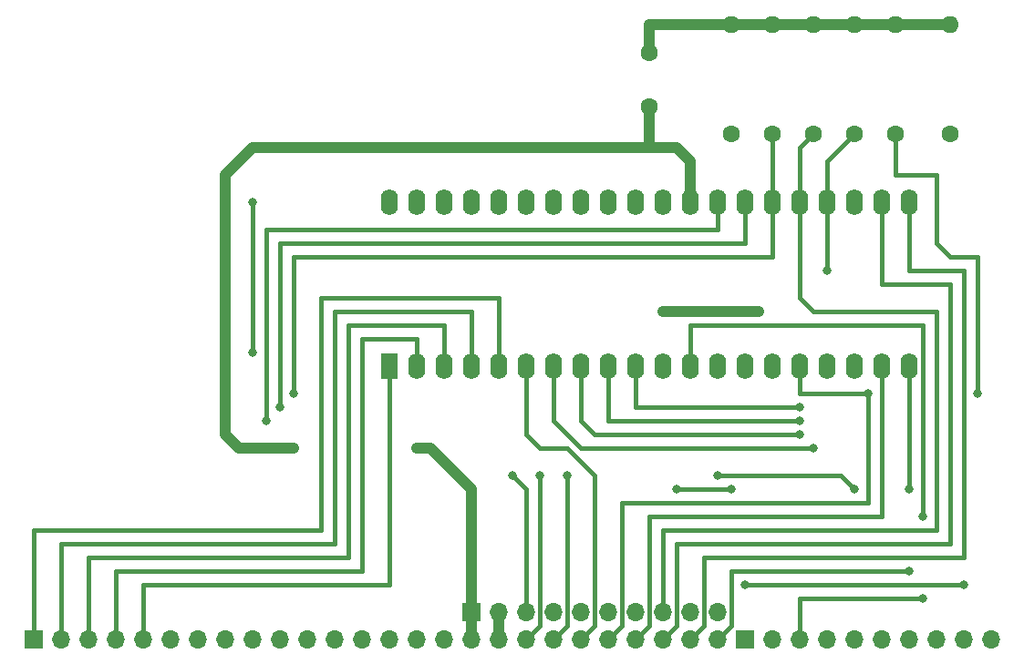
<source format=gbr>
%TF.GenerationSoftware,KiCad,Pcbnew,6.0.11+dfsg-1*%
%TF.CreationDate,2025-12-28T18:33:27+01:00*%
%TF.ProjectId,cpuz80,6370757a-3830-42e6-9b69-6361645f7063,rev?*%
%TF.SameCoordinates,Original*%
%TF.FileFunction,Copper,L2,Bot*%
%TF.FilePolarity,Positive*%
%FSLAX46Y46*%
G04 Gerber Fmt 4.6, Leading zero omitted, Abs format (unit mm)*
G04 Created by KiCad (PCBNEW 6.0.11+dfsg-1) date 2025-12-28 18:33:27*
%MOMM*%
%LPD*%
G01*
G04 APERTURE LIST*
%TA.AperFunction,ComponentPad*%
%ADD10R,1.700000X1.700000*%
%TD*%
%TA.AperFunction,ComponentPad*%
%ADD11O,1.700000X1.700000*%
%TD*%
%TA.AperFunction,ComponentPad*%
%ADD12R,1.600000X2.400000*%
%TD*%
%TA.AperFunction,ComponentPad*%
%ADD13O,1.600000X2.400000*%
%TD*%
%TA.AperFunction,ComponentPad*%
%ADD14C,1.600000*%
%TD*%
%TA.AperFunction,ComponentPad*%
%ADD15O,1.600000X1.600000*%
%TD*%
%TA.AperFunction,ViaPad*%
%ADD16C,0.800000*%
%TD*%
%TA.AperFunction,ViaPad*%
%ADD17C,1.000000*%
%TD*%
%TA.AperFunction,Conductor*%
%ADD18C,0.400000*%
%TD*%
%TA.AperFunction,Conductor*%
%ADD19C,1.000000*%
%TD*%
G04 APERTURE END LIST*
D10*
%TO.P,REF\u002A\u002A,1*%
%TO.N,N/C*%
X180340000Y-121920000D03*
D11*
%TO.P,REF\u002A\u002A,2*%
X180340000Y-124460000D03*
%TO.P,REF\u002A\u002A,3*%
X182880000Y-121920000D03*
%TO.P,REF\u002A\u002A,4*%
X182880000Y-124460000D03*
%TO.P,REF\u002A\u002A,5*%
X185420000Y-121920000D03*
%TO.P,REF\u002A\u002A,6*%
X185420000Y-124460000D03*
%TO.P,REF\u002A\u002A,7*%
X187960000Y-121920000D03*
%TO.P,REF\u002A\u002A,8*%
X187960000Y-124460000D03*
%TO.P,REF\u002A\u002A,9*%
X190500000Y-121920000D03*
%TO.P,REF\u002A\u002A,10*%
X190500000Y-124460000D03*
%TO.P,REF\u002A\u002A,11*%
X193040000Y-121920000D03*
%TO.P,REF\u002A\u002A,12*%
X193040000Y-124460000D03*
%TO.P,REF\u002A\u002A,13*%
X195580000Y-121920000D03*
%TO.P,REF\u002A\u002A,14*%
X195580000Y-124460000D03*
%TO.P,REF\u002A\u002A,15*%
X198120000Y-121920000D03*
%TO.P,REF\u002A\u002A,16*%
X198120000Y-124460000D03*
%TO.P,REF\u002A\u002A,17*%
X200660000Y-121920000D03*
%TO.P,REF\u002A\u002A,18*%
X200660000Y-124460000D03*
%TO.P,REF\u002A\u002A,19*%
X203200000Y-121920000D03*
%TO.P,REF\u002A\u002A,20*%
X203200000Y-124460000D03*
%TD*%
D10*
%TO.P,REF\u002A\u002A,1*%
%TO.N,N/C*%
X205740000Y-124460000D03*
D11*
%TO.P,REF\u002A\u002A,2*%
X208280000Y-124460000D03*
%TO.P,REF\u002A\u002A,3*%
X210820000Y-124460000D03*
%TO.P,REF\u002A\u002A,4*%
X213360000Y-124460000D03*
%TO.P,REF\u002A\u002A,5*%
X215900000Y-124460000D03*
%TO.P,REF\u002A\u002A,6*%
X218440000Y-124460000D03*
%TO.P,REF\u002A\u002A,7*%
X220980000Y-124460000D03*
%TO.P,REF\u002A\u002A,8*%
X223520000Y-124460000D03*
%TO.P,REF\u002A\u002A,9*%
X226060000Y-124460000D03*
%TO.P,REF\u002A\u002A,10*%
X228600000Y-124460000D03*
%TD*%
D12*
%TO.P,REF\u002A\u002A,1*%
%TO.N,N/C*%
X172720000Y-99060000D03*
D13*
%TO.P,REF\u002A\u002A,2*%
X175260000Y-99060000D03*
%TO.P,REF\u002A\u002A,3*%
X177800000Y-99060000D03*
%TO.P,REF\u002A\u002A,4*%
X180340000Y-99060000D03*
%TO.P,REF\u002A\u002A,5*%
X182880000Y-99060000D03*
%TO.P,REF\u002A\u002A,6*%
X185420000Y-99060000D03*
%TO.P,REF\u002A\u002A,7*%
X187960000Y-99060000D03*
%TO.P,REF\u002A\u002A,8*%
X190500000Y-99060000D03*
%TO.P,REF\u002A\u002A,9*%
X193040000Y-99060000D03*
%TO.P,REF\u002A\u002A,10*%
X195580000Y-99060000D03*
%TO.P,REF\u002A\u002A,11*%
X198120000Y-99060000D03*
%TO.P,REF\u002A\u002A,12*%
X200660000Y-99060000D03*
%TO.P,REF\u002A\u002A,13*%
X203200000Y-99060000D03*
%TO.P,REF\u002A\u002A,14*%
X205740000Y-99060000D03*
%TO.P,REF\u002A\u002A,15*%
X208280000Y-99060000D03*
%TO.P,REF\u002A\u002A,16*%
X210820000Y-99060000D03*
%TO.P,REF\u002A\u002A,17*%
X213360000Y-99060000D03*
%TO.P,REF\u002A\u002A,18*%
X215900000Y-99060000D03*
%TO.P,REF\u002A\u002A,19*%
X218440000Y-99060000D03*
%TO.P,REF\u002A\u002A,20*%
X220980000Y-99060000D03*
%TO.P,REF\u002A\u002A,21*%
X220980000Y-83820000D03*
%TO.P,REF\u002A\u002A,22*%
X218440000Y-83820000D03*
%TO.P,REF\u002A\u002A,23*%
X215900000Y-83820000D03*
%TO.P,REF\u002A\u002A,24*%
X213360000Y-83820000D03*
%TO.P,REF\u002A\u002A,25*%
X210820000Y-83820000D03*
%TO.P,REF\u002A\u002A,26*%
X208280000Y-83820000D03*
%TO.P,REF\u002A\u002A,27*%
X205740000Y-83820000D03*
%TO.P,REF\u002A\u002A,28*%
X203200000Y-83820000D03*
%TO.P,REF\u002A\u002A,29*%
X200660000Y-83820000D03*
%TO.P,REF\u002A\u002A,30*%
X198120000Y-83820000D03*
%TO.P,REF\u002A\u002A,31*%
X195580000Y-83820000D03*
%TO.P,REF\u002A\u002A,32*%
X193040000Y-83820000D03*
%TO.P,REF\u002A\u002A,33*%
X190500000Y-83820000D03*
%TO.P,REF\u002A\u002A,34*%
X187960000Y-83820000D03*
%TO.P,REF\u002A\u002A,35*%
X185420000Y-83820000D03*
%TO.P,REF\u002A\u002A,36*%
X182880000Y-83820000D03*
%TO.P,REF\u002A\u002A,37*%
X180340000Y-83820000D03*
%TO.P,REF\u002A\u002A,38*%
X177800000Y-83820000D03*
%TO.P,REF\u002A\u002A,39*%
X175260000Y-83820000D03*
%TO.P,REF\u002A\u002A,40*%
X172720000Y-83820000D03*
%TD*%
D14*
%TO.P,100nF,1*%
%TO.N,N/C*%
X196850000Y-74930000D03*
%TO.P,100nF,2*%
X196850000Y-69930000D03*
%TD*%
%TO.P,10k,1*%
%TO.N,N/C*%
X208280000Y-77470000D03*
D15*
%TO.P,10k,2*%
X208280000Y-67310000D03*
%TD*%
D10*
%TO.P,REF\u002A\u002A,1*%
%TO.N,N/C*%
X139700000Y-124460000D03*
D11*
%TO.P,REF\u002A\u002A,2*%
X142240000Y-124460000D03*
%TO.P,REF\u002A\u002A,3*%
X144780000Y-124460000D03*
%TO.P,REF\u002A\u002A,4*%
X147320000Y-124460000D03*
%TO.P,REF\u002A\u002A,5*%
X149860000Y-124460000D03*
%TO.P,REF\u002A\u002A,6*%
X152400000Y-124460000D03*
%TO.P,REF\u002A\u002A,7*%
X154940000Y-124460000D03*
%TO.P,REF\u002A\u002A,8*%
X157480000Y-124460000D03*
%TO.P,REF\u002A\u002A,9*%
X160020000Y-124460000D03*
%TO.P,REF\u002A\u002A,10*%
X162560000Y-124460000D03*
%TO.P,REF\u002A\u002A,11*%
X165100000Y-124460000D03*
%TO.P,REF\u002A\u002A,12*%
X167640000Y-124460000D03*
%TO.P,REF\u002A\u002A,13*%
X170180000Y-124460000D03*
%TO.P,REF\u002A\u002A,14*%
X172720000Y-124460000D03*
%TO.P,REF\u002A\u002A,15*%
X175260000Y-124460000D03*
%TO.P,REF\u002A\u002A,16*%
X177800000Y-124460000D03*
%TD*%
D14*
%TO.P,10k,1*%
%TO.N,N/C*%
X215900000Y-77470000D03*
D15*
%TO.P,10k,2*%
X215900000Y-67310000D03*
%TD*%
D14*
%TO.P,10k,1*%
%TO.N,N/C*%
X219710000Y-77470000D03*
D15*
%TO.P,10k,2*%
X219710000Y-67310000D03*
%TD*%
D14*
%TO.P,10k,1*%
%TO.N,N/C*%
X204470000Y-77470000D03*
D15*
%TO.P,10k,2*%
X204470000Y-67310000D03*
%TD*%
D14*
%TO.P,10k,1*%
%TO.N,N/C*%
X212090000Y-77470000D03*
D15*
%TO.P,10k,2*%
X212090000Y-67310000D03*
%TD*%
D14*
%TO.P,10k,1*%
%TO.N,N/C*%
X224790000Y-77470000D03*
D15*
%TO.P,10k,2*%
X224790000Y-67310000D03*
%TD*%
D16*
%TO.N,*%
X186690000Y-109220000D03*
X203200000Y-109220000D03*
X222250000Y-120650000D03*
X160020000Y-83820000D03*
X199390000Y-110490000D03*
X205740000Y-119380000D03*
X160020000Y-97790000D03*
D17*
X207010000Y-93980000D03*
D16*
X210820000Y-105410000D03*
X226060000Y-119380000D03*
X222250000Y-113030000D03*
X204470000Y-110490000D03*
X220980000Y-118110000D03*
X213360000Y-90170000D03*
X163830000Y-101600000D03*
X212090000Y-106680000D03*
X220980000Y-110490000D03*
X210820000Y-102870000D03*
D17*
X198120000Y-93980000D03*
D16*
X217170000Y-101600000D03*
D17*
X175260000Y-106680000D03*
D16*
X189230000Y-109220000D03*
X184150000Y-109220000D03*
X215900000Y-110490000D03*
X210820000Y-104140000D03*
X161290000Y-104140000D03*
D17*
X163830000Y-106680000D03*
D16*
X162560000Y-102870000D03*
X227330000Y-101600000D03*
%TD*%
D18*
%TO.N,*%
X166370000Y-92710000D02*
X182880000Y-92710000D01*
X201930000Y-116840000D02*
X226060000Y-116840000D01*
X210820000Y-104140000D02*
X193040000Y-104140000D01*
D19*
X157480000Y-81280000D02*
X160020000Y-78740000D01*
D18*
X185420000Y-99060000D02*
X185420000Y-105410000D01*
X191770000Y-105410000D02*
X190500000Y-104140000D01*
X199390000Y-123190000D02*
X199390000Y-115570000D01*
X170180000Y-96520000D02*
X170180000Y-118110000D01*
X200660000Y-99060000D02*
X200660000Y-95250000D01*
X214630000Y-109220000D02*
X215900000Y-110490000D01*
X208280000Y-83820000D02*
X208280000Y-88900000D01*
X198120000Y-121920000D02*
X198120000Y-114300000D01*
X195580000Y-102870000D02*
X210820000Y-102870000D01*
X205740000Y-87630000D02*
X205740000Y-83820000D01*
X177800000Y-95250000D02*
X177800000Y-99060000D01*
X195580000Y-124460000D02*
X196850000Y-123190000D01*
X180340000Y-93980000D02*
X167640000Y-93980000D01*
X217170000Y-111760000D02*
X217170000Y-101600000D01*
X210820000Y-92710000D02*
X210820000Y-83820000D01*
X200660000Y-95250000D02*
X222250000Y-95250000D01*
X144780000Y-124460000D02*
X144780000Y-116840000D01*
X163830000Y-88900000D02*
X163830000Y-101600000D01*
D19*
X219710000Y-67310000D02*
X215900000Y-67310000D01*
D18*
X227330000Y-88900000D02*
X224790000Y-88900000D01*
X170180000Y-118110000D02*
X147320000Y-118110000D01*
X198120000Y-114300000D02*
X223520000Y-114300000D01*
D19*
X180340000Y-124460000D02*
X180340000Y-121920000D01*
D18*
X208280000Y-83820000D02*
X208280000Y-77470000D01*
X223520000Y-114300000D02*
X223520000Y-93980000D01*
X210820000Y-78740000D02*
X212090000Y-77470000D01*
X187960000Y-124460000D02*
X189230000Y-123190000D01*
X219710000Y-81280000D02*
X219710000Y-77470000D01*
X203200000Y-109220000D02*
X214630000Y-109220000D01*
D19*
X196850000Y-67310000D02*
X196850000Y-69930000D01*
D18*
X185420000Y-105410000D02*
X186690000Y-106680000D01*
X189230000Y-123190000D02*
X189230000Y-109220000D01*
X222250000Y-120650000D02*
X210820000Y-120650000D01*
D19*
X180340000Y-110490000D02*
X176530000Y-106680000D01*
D18*
X161290000Y-104140000D02*
X161290000Y-86360000D01*
D19*
X176530000Y-106680000D02*
X175260000Y-106680000D01*
D18*
X190500000Y-104140000D02*
X190500000Y-99060000D01*
D19*
X196850000Y-78740000D02*
X199390000Y-78740000D01*
D18*
X194310000Y-123190000D02*
X194310000Y-111760000D01*
X224790000Y-115570000D02*
X224790000Y-91440000D01*
X185420000Y-121920000D02*
X185420000Y-110490000D01*
X220980000Y-90170000D02*
X220980000Y-83820000D01*
D19*
X208280000Y-67310000D02*
X196850000Y-67310000D01*
X200660000Y-80010000D02*
X200660000Y-83820000D01*
D18*
X218440000Y-113030000D02*
X218440000Y-99060000D01*
X227330000Y-101600000D02*
X227330000Y-88900000D01*
X223520000Y-81280000D02*
X219710000Y-81280000D01*
X201930000Y-123190000D02*
X201930000Y-116840000D01*
D19*
X182880000Y-124460000D02*
X182880000Y-121920000D01*
D18*
X166370000Y-114300000D02*
X166370000Y-92710000D01*
X160020000Y-97790000D02*
X160020000Y-83820000D01*
X172720000Y-119380000D02*
X172720000Y-99060000D01*
X220980000Y-110490000D02*
X220980000Y-99060000D01*
D19*
X158750000Y-106680000D02*
X157480000Y-105410000D01*
D18*
X224790000Y-91440000D02*
X218440000Y-91440000D01*
D19*
X180340000Y-121920000D02*
X180340000Y-110490000D01*
D18*
X217170000Y-101600000D02*
X210820000Y-101600000D01*
X162560000Y-87630000D02*
X205740000Y-87630000D01*
X210820000Y-83820000D02*
X210820000Y-78740000D01*
X144780000Y-116840000D02*
X168910000Y-116840000D01*
X195580000Y-99060000D02*
X195580000Y-102870000D01*
X199390000Y-115570000D02*
X224790000Y-115570000D01*
X222250000Y-95250000D02*
X222250000Y-113030000D01*
X182880000Y-92710000D02*
X182880000Y-99060000D01*
X223520000Y-93980000D02*
X212090000Y-93980000D01*
X204470000Y-110490000D02*
X199390000Y-110490000D01*
X196850000Y-113030000D02*
X218440000Y-113030000D01*
X185420000Y-110490000D02*
X184150000Y-109220000D01*
X168910000Y-116840000D02*
X168910000Y-95250000D01*
D19*
X212090000Y-67310000D02*
X208280000Y-67310000D01*
X163830000Y-106680000D02*
X158750000Y-106680000D01*
D18*
X226060000Y-116840000D02*
X226060000Y-90170000D01*
X198120000Y-124460000D02*
X199390000Y-123190000D01*
X149860000Y-124460000D02*
X149860000Y-119380000D01*
X204470000Y-118110000D02*
X204470000Y-123190000D01*
X220980000Y-118110000D02*
X204470000Y-118110000D01*
X224790000Y-88900000D02*
X223520000Y-87630000D01*
X205740000Y-119380000D02*
X226060000Y-119380000D01*
D19*
X160020000Y-78740000D02*
X196850000Y-78740000D01*
X208280000Y-67310000D02*
X204470000Y-67310000D01*
X199390000Y-78740000D02*
X200660000Y-80010000D01*
D18*
X212090000Y-93980000D02*
X210820000Y-92710000D01*
X168910000Y-95250000D02*
X177800000Y-95250000D01*
X162560000Y-102870000D02*
X162560000Y-87630000D01*
X186690000Y-123190000D02*
X186690000Y-109220000D01*
X139700000Y-124460000D02*
X139700000Y-114300000D01*
X210820000Y-105410000D02*
X191770000Y-105410000D01*
X212090000Y-106680000D02*
X190500000Y-106680000D01*
X213360000Y-90170000D02*
X213360000Y-83820000D01*
X226060000Y-90170000D02*
X220980000Y-90170000D01*
X210820000Y-101600000D02*
X210820000Y-99060000D01*
X213360000Y-83820000D02*
X213360000Y-80010000D01*
X167640000Y-115570000D02*
X142240000Y-115570000D01*
X190500000Y-106680000D02*
X187960000Y-104140000D01*
X218440000Y-91440000D02*
X218440000Y-83820000D01*
X189230000Y-106680000D02*
X191770000Y-109220000D01*
X213360000Y-80010000D02*
X215900000Y-77470000D01*
X210820000Y-120650000D02*
X210820000Y-124460000D01*
X193040000Y-124460000D02*
X194310000Y-123190000D01*
X180340000Y-99060000D02*
X180340000Y-93980000D01*
D19*
X196850000Y-78740000D02*
X196850000Y-74930000D01*
D18*
X204470000Y-123190000D02*
X203200000Y-124460000D01*
D19*
X198120000Y-93980000D02*
X207010000Y-93980000D01*
D18*
X208280000Y-88900000D02*
X163830000Y-88900000D01*
X175260000Y-96520000D02*
X170180000Y-96520000D01*
X196850000Y-123190000D02*
X196850000Y-113030000D01*
D19*
X157480000Y-105410000D02*
X157480000Y-81280000D01*
D18*
X223520000Y-87630000D02*
X223520000Y-81280000D01*
X200660000Y-124460000D02*
X201930000Y-123190000D01*
X191770000Y-109220000D02*
X191770000Y-123190000D01*
X139700000Y-114300000D02*
X166370000Y-114300000D01*
X149860000Y-119380000D02*
X172720000Y-119380000D01*
X185420000Y-124460000D02*
X186690000Y-123190000D01*
X142240000Y-115570000D02*
X142240000Y-124460000D01*
X193040000Y-104140000D02*
X193040000Y-99060000D01*
D19*
X224790000Y-67310000D02*
X219710000Y-67310000D01*
D18*
X167640000Y-93980000D02*
X167640000Y-115570000D01*
X161290000Y-86360000D02*
X203200000Y-86360000D01*
X187960000Y-104140000D02*
X187960000Y-99060000D01*
X203200000Y-86360000D02*
X203200000Y-83820000D01*
X147320000Y-118110000D02*
X147320000Y-124460000D01*
X175260000Y-99060000D02*
X175260000Y-96520000D01*
X191770000Y-123190000D02*
X190500000Y-124460000D01*
X194310000Y-111760000D02*
X217170000Y-111760000D01*
D19*
X215900000Y-67310000D02*
X212090000Y-67310000D01*
D18*
X186690000Y-106680000D02*
X189230000Y-106680000D01*
%TD*%
M02*

</source>
